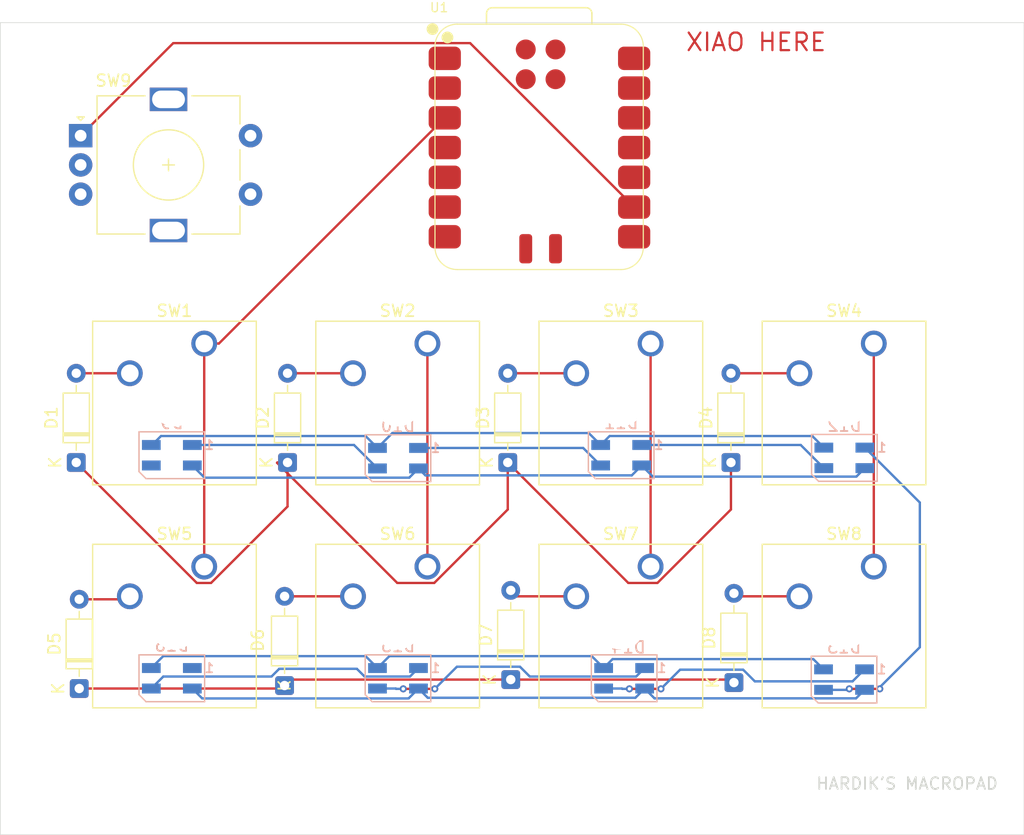
<source format=kicad_pcb>
(kicad_pcb (version 20241229) (generator "pcbnew") (generator_version "9.0")
  (layers (0 "F.Cu" signal) (2 "B.Cu" signal) (13 "F.Paste" user) (15 "B.Paste" user) (5 "F.SilkS" user "F.Silkscreen") (7 "B.SilkS" user "B.Silkscreen") (1 "F.Mask" user) (3 "B.Mask" user) (25 "Edge.Cuts" user))
  (net 0 "")
  (net 1 "Net-(D1-A)")
  (net 2 "ROW0")
  (net 3 "Net-(D2-A)")
  (net 4 "Net-(D3-A)")
  (net 5 "Net-(D4-A)")
  (net 6 "Net-(D5-A)")
  (net 7 "ROW1")
  (net 8 "Net-(D6-A)")
  (net 9 "Net-(D7-A)")
  (net 10 "Net-(D8-A)")
  (net 11 "Net-(D10-DIN)")
  (net 12 "GND")
  (net 13 "RGB")
  (net 14 "+5V")
  (net 15 "Net-(D10-DOUT)")
  (net 16 "Net-(D11-DOUT)")
  (net 17 "Net-(D12-DOUT)")
  (net 18 "Net-(D13-DOUT)")
  (net 19 "Net-(D14-DOUT)")
  (net 20 "Net-(D15-DOUT)")
  (net 22 "SDA")
  (net 23 "SCL")
  (net 24 "VCC")
  (net 25 "COL0")
  (net 26 "COL1")
  (net 27 "COL2")
  (net 28 "COL3")
  (net 29 "SCK")
  (net 30 "MISO")
  (footprint "Rotary_Encoder:RotaryEncoder_Alps_EC11E-Switch_Vertical_H20mm" (layer "F.Cu") (at 50.292 52.578)
    (property "Reference" "SW9" (at 2.8 -4.7 0) (layer "F.SilkS"))
    (property "Value" "RotaryEncoder")
    (fp_line (start -0.3 -1.6) (end 0.3 -1.6) (stroke (width 0.12)) (layer "F.SilkS"))
    (fp_line (start 0 -1.3) (end -0.3 -1.6) (stroke (width 0.12)) (layer "F.SilkS"))
    (fp_line (start 0.3 -1.6) (end 0 -1.3) (stroke (width 0.12)) (layer "F.SilkS"))
    (fp_line (start 1.4 -3.4) (end 1.4 8.4) (stroke (width 0.12)) (layer "F.SilkS"))
    (fp_line (start 5.5 -3.4) (end 1.4 -3.4) (stroke (width 0.12)) (layer "F.SilkS"))
    (fp_line (start 5.5 8.4) (end 1.4 8.4) (stroke (width 0.12)) (layer "F.SilkS"))
    (fp_line (start 7 2.5) (end 8 2.5) (stroke (width 0.12)) (layer "F.SilkS"))
    (fp_line (start 7.5 2) (end 7.5 3) (stroke (width 0.12)) (layer "F.SilkS"))
    (fp_line (start 9.5 -3.4) (end 13.6 -3.4) (stroke (width 0.12)) (layer "F.SilkS"))
    (fp_line (start 13.6 -3.4) (end 13.6 -1) (stroke (width 0.12)) (layer "F.SilkS"))
    (fp_line (start 13.6 1.2) (end 13.6 3.8) (stroke (width 0.12)) (layer "F.SilkS"))
    (fp_line (start 13.6 6) (end 13.6 8.4) (stroke (width 0.12)) (layer "F.SilkS"))
    (fp_line (start 13.6 8.4) (end 9.5 8.4) (stroke (width 0.12)) (layer "F.SilkS"))
    (fp_circle (center 7.5 2.5) (end 10.5 2.5) (stroke (width 0.12)) (fill no) (layer "F.SilkS"))
    (pad "A" thru_hole rect (at 0 0) (size 2 2) (drill 1) (layers "*.Cu" "*.Mask") (net 29 "SCK"))
    (pad "B" thru_hole circle (at 0 5) (size 2 2) (drill 1) (layers "*.Cu" "*.Mask") (net 30 "MISO"))
    (pad "C" thru_hole circle (at 0 2.5) (size 2 2) (drill 1) (layers "*.Cu" "*.Mask") (net 12 "GND"))
    (pad "MP" thru_hole rect (at 7.5 -3.1) (size 3.2 2) (drill oval 2.8 1.5) (layers "*.Cu" "*.Mask"))
    (pad "MP" thru_hole rect (at 7.5 8.1) (size 3.2 2) (drill oval 2.8 1.5) (layers "*.Cu" "*.Mask"))
    (pad "S1" thru_hole circle (at 14.5 5) (size 2 2) (drill 1) (layers "*.Cu" "*.Mask"))
    (pad "S2" thru_hole circle (at 14.5 0) (size 2 2) (drill 1) (layers "*.Cu" "*.Mask"))
  )
  (footprint "Diode_THT:D_DO-35_SOD27_P7.62mm_Horizontal" (layer "F.Cu") (at 106.052 99.286 90)
    (property "Reference" "D8" (at 3.81 -2.12 90) (layer "F.SilkS"))
    (property "Value" "1N4148")
    (fp_line (start 2.53 -1.12) (end 2.53 1.12) (stroke (width 0.12)) (layer "F.SilkS"))
    (fp_line (start 2.41 -1.12) (end 2.41 1.12) (stroke (width 0.12)) (layer "F.SilkS"))
    (fp_line (start 2.29 -1.12) (end 2.29 1.12) (stroke (width 0.12)) (layer "F.SilkS"))
    (fp_line (start 6.58 0) (end 5.93 0) (stroke (width 0.12)) (layer "F.SilkS"))
    (fp_line (start 1.04 0) (end 1.69 0) (stroke (width 0.12)) (layer "F.SilkS"))
    (fp_rect (start 1.69 -1.12) (end 5.93 1.12) (stroke (width 0.12)) (fill no) (layer "F.SilkS"))
    (fp_text user "K" (at 0 -1.8 90) (layer "F.SilkS"))
    (pad "1" thru_hole roundrect (at 0 0 90) (size 1.6 1.6) (drill 0.8) (layers "*.Cu" "*.Mask") (roundrect_rratio 0.15625) (net 7 "ROW1"))
    (pad "2" thru_hole circle (at 7.62 0 90) (size 1.6 1.6) (drill 0.8) (layers "*.Cu" "*.Mask") (net 10 "Net-(D8-A)"))
  )
  (footprint "Button_Switch_Keyboard:SW_Cherry_MX_1.00u_PCB" (layer "F.Cu") (at 98.94 89.38)
    (property "Reference" "SW7" (at -2.54 -2.794 0) (layer "F.SilkS"))
    (property "Value" "SW_Push")
    (fp_line (start -9.525 -1.905) (end 4.445 -1.905) (stroke (width 0.12)) (layer "F.SilkS"))
    (fp_line (start -9.525 12.065) (end -9.525 -1.905) (stroke (width 0.12)) (layer "F.SilkS"))
    (fp_line (start 4.445 -1.905) (end 4.445 12.065) (stroke (width 0.12)) (layer "F.SilkS"))
    (fp_line (start 4.445 12.065) (end -9.525 12.065) (stroke (width 0.12)) (layer "F.SilkS"))
    (pad "" np_thru_hole circle (at -7.62 5.08) (size 1.7 1.7) (drill 1.7) (layers "*.Cu" "*.Mask"))
    (pad "" np_thru_hole circle (at -2.54 5.08) (size 4 4) (drill 4) (layers "*.Cu" "*.Mask"))
    (pad "" np_thru_hole circle (at 2.54 5.08) (size 1.7 1.7) (drill 1.7) (layers "*.Cu" "*.Mask"))
    (pad "1" thru_hole circle (at 0 0) (size 2.2 2.2) (drill 1.5) (layers "*.Cu" "*.Mask") (net 27 "COL2"))
    (pad "2" thru_hole circle (at -6.35 2.54) (size 2.2 2.2) (drill 1.5) (layers "*.Cu" "*.Mask") (net 9 "Net-(D7-A)"))
  )
  (footprint "Button_Switch_Keyboard:SW_Cherry_MX_1.00u_PCB" (layer "F.Cu") (at 79.89 70.33)
    (property "Reference" "SW2" (at -2.54 -2.794 0) (layer "F.SilkS"))
    (property "Value" "SW_Push")
    (fp_line (start -9.525 -1.905) (end 4.445 -1.905) (stroke (width 0.12)) (layer "F.SilkS"))
    (fp_line (start -9.525 12.065) (end -9.525 -1.905) (stroke (width 0.12)) (layer "F.SilkS"))
    (fp_line (start 4.445 -1.905) (end 4.445 12.065) (stroke (width 0.12)) (layer "F.SilkS"))
    (fp_line (start 4.445 12.065) (end -9.525 12.065) (stroke (width 0.12)) (layer "F.SilkS"))
    (pad "" np_thru_hole circle (at -7.62 5.08) (size 1.7 1.7) (drill 1.7) (layers "*.Cu" "*.Mask"))
    (pad "" np_thru_hole circle (at -2.54 5.08) (size 4 4) (drill 4) (layers "*.Cu" "*.Mask"))
    (pad "" np_thru_hole circle (at 2.54 5.08) (size 1.7 1.7) (drill 1.7) (layers "*.Cu" "*.Mask"))
    (pad "1" thru_hole circle (at 0 0) (size 2.2 2.2) (drill 1.5) (layers "*.Cu" "*.Mask") (net 26 "COL1"))
    (pad "2" thru_hole circle (at -6.35 2.54) (size 2.2 2.2) (drill 1.5) (layers "*.Cu" "*.Mask") (net 3 "Net-(D2-A)"))
  )
  (footprint "Button_Switch_Keyboard:SW_Cherry_MX_1.00u_PCB" (layer "F.Cu") (at 60.84 70.33)
    (property "Reference" "SW1" (at -2.54 -2.794 0) (layer "F.SilkS"))
    (property "Value" "SW_Push")
    (fp_line (start -9.525 -1.905) (end 4.445 -1.905) (stroke (width 0.12)) (layer "F.SilkS"))
    (fp_line (start -9.525 12.065) (end -9.525 -1.905) (stroke (width 0.12)) (layer "F.SilkS"))
    (fp_line (start 4.445 -1.905) (end 4.445 12.065) (stroke (width 0.12)) (layer "F.SilkS"))
    (fp_line (start 4.445 12.065) (end -9.525 12.065) (stroke (width 0.12)) (layer "F.SilkS"))
    (pad "" np_thru_hole circle (at -7.62 5.08) (size 1.7 1.7) (drill 1.7) (layers "*.Cu" "*.Mask"))
    (pad "" np_thru_hole circle (at -2.54 5.08) (size 4 4) (drill 4) (layers "*.Cu" "*.Mask"))
    (pad "" np_thru_hole circle (at 2.54 5.08) (size 1.7 1.7) (drill 1.7) (layers "*.Cu" "*.Mask"))
    (pad "1" thru_hole circle (at 0 0) (size 2.2 2.2) (drill 1.5) (layers "*.Cu" "*.Mask") (net 25 "COL0"))
    (pad "2" thru_hole circle (at -6.35 2.54) (size 2.2 2.2) (drill 1.5) (layers "*.Cu" "*.Mask") (net 1 "Net-(D1-A)"))
  )
  (footprint "Button_Switch_Keyboard:SW_Cherry_MX_1.00u_PCB" (layer "F.Cu") (at 117.99 70.33)
    (property "Reference" "SW4" (at -2.54 -2.794 0) (layer "F.SilkS"))
    (property "Value" "SW_Push")
    (fp_line (start -9.525 -1.905) (end 4.445 -1.905) (stroke (width 0.12)) (layer "F.SilkS"))
    (fp_line (start -9.525 12.065) (end -9.525 -1.905) (stroke (width 0.12)) (layer "F.SilkS"))
    (fp_line (start 4.445 -1.905) (end 4.445 12.065) (stroke (width 0.12)) (layer "F.SilkS"))
    (fp_line (start 4.445 12.065) (end -9.525 12.065) (stroke (width 0.12)) (layer "F.SilkS"))
    (pad "" np_thru_hole circle (at -7.62 5.08) (size 1.7 1.7) (drill 1.7) (layers "*.Cu" "*.Mask"))
    (pad "" np_thru_hole circle (at -2.54 5.08) (size 4 4) (drill 4) (layers "*.Cu" "*.Mask"))
    (pad "" np_thru_hole circle (at 2.54 5.08) (size 1.7 1.7) (drill 1.7) (layers "*.Cu" "*.Mask"))
    (pad "1" thru_hole circle (at 0 0) (size 2.2 2.2) (drill 1.5) (layers "*.Cu" "*.Mask") (net 28 "COL3"))
    (pad "2" thru_hole circle (at -6.35 2.54) (size 2.2 2.2) (drill 1.5) (layers "*.Cu" "*.Mask") (net 5 "Net-(D4-A)"))
  )
  (footprint "OPL:XIAO-RP2040-SMD" (layer "F.Cu") (at 89.371 53.594)
    (property "Reference" "U1" (at -9.335 -11.5 0) (layer "F.SilkS") (effects (font (size 0.78232 0.78232) (thickness 0.10668)) (justify left bottom)))
    (property "Value" "XIAO-RP2040-DIP")
    (fp_line (start -8.835 8.513) (end -8.835 -8.632) (stroke (width 0.1)) (layer "F.SilkS"))
    (fp_line (start -6.93 10.418) (end 7.04 10.418) (stroke (width 0.1)) (layer "F.SilkS"))
    (fp_line (start -4.44 -10.537) (end -4.436272 -11.447272) (stroke (width 0.127)) (layer "F.SilkS"))
    (fp_line (start -3.936272 -11.947) (end 4.059 -11.947) (stroke (width 0.127)) (layer "F.SilkS"))
    (fp_line (start 4.559 -11.447) (end 4.559 -10.537) (stroke (width 0.127)) (layer "F.SilkS"))
    (fp_line (start 7.04 -10.537) (end -6.93 -10.537) (stroke (width 0.1)) (layer "F.SilkS"))
    (fp_line (start 8.945 8.513) (end 8.945 -8.632) (stroke (width 0.1)) (layer "F.SilkS"))
    (fp_arc (start -8.835 -8.636) (mid -8.277038 -9.983038) (end -6.93 -10.541) (stroke (width 0.1)) (layer "F.SilkS"))
    (fp_arc (start -6.93 10.418) (mid -8.277038 9.860038) (end -8.835 8.513) (stroke (width 0.1)) (layer "F.SilkS"))
    (fp_arc (start -4.436272 -11.447272) (mid -4.289724 -11.800644) (end -3.936272 -11.947) (stroke (width 0.127)) (layer "F.SilkS"))
    (fp_arc (start 4.059 -11.947) (mid 4.412553 -11.800553) (end 4.559 -11.447) (stroke (width 0.127)) (layer "F.SilkS"))
    (fp_arc (start 7.04 -10.537) (mid 8.387038 -9.979038) (end 8.945 -8.632) (stroke (width 0.1)) (layer "F.SilkS"))
    (fp_arc (start 8.945 8.513) (mid 8.387038 9.860038) (end 7.04 10.418) (stroke (width 0.1)) (layer "F.SilkS"))
    (fp_circle (center -9.045 -10.121) (end -9.045 -10.375) (stroke (width 0.5)) (fill yes) (layer "F.SilkS"))
    (fp_circle (center -7.771 -9.404) (end -7.771 -9.658) (stroke (width 0.5)) (fill yes) (layer "F.SilkS"))
    (pad "1" smd roundrect (at -8 -7.62) (size 2.75 2) (layers "F.Cu" "F.Mask" "F.Paste") (net 2 "ROW0"))
    (pad "2" smd roundrect (at -8 -5.08) (size 2.75 2) (layers "F.Cu" "F.Mask" "F.Paste") (net 7 "ROW1"))
    (pad "3" smd roundrect (at -8 -2.54) (size 2.75 2) (layers "F.Cu" "F.Mask" "F.Paste") (net 25 "COL0"))
    (pad "4" smd roundrect (at -8 0) (size 2.75 2) (layers "F.Cu" "F.Mask" "F.Paste") (net 26 "COL1"))
    (pad "5" smd roundrect (at -8 2.54) (size 2.75 2) (layers "F.Cu" "F.Mask" "F.Paste") (net 22 "SDA"))
    (pad "6" smd roundrect (at -8 5.08) (size 2.75 2) (layers "F.Cu" "F.Mask" "F.Paste") (net 23 "SCL"))
    (pad "7" smd roundrect (at -8 7.62) (size 2.75 2) (layers "F.Cu" "F.Mask" "F.Paste") (net 27 "COL2"))
    (pad "8" smd roundrect (at 8.165 7.62) (size 2.75 2) (layers "F.Cu" "F.Mask" "F.Paste") (net 28 "COL3"))
    (pad "9" smd roundrect (at 8.165 5.08) (size 2.75 2) (layers "F.Cu" "F.Mask" "F.Paste") (net 29 "SCK"))
    (pad "10" smd roundrect (at 8.165 2.54) (size 2.75 2) (layers "F.Cu" "F.Mask" "F.Paste") (net 30 "MISO"))
    (pad "11" smd roundrect (at 8.165 0) (size 2.75 2) (layers "F.Cu" "F.Mask" "F.Paste") (net 13 "RGB"))
    (pad "12" smd roundrect (at 8.165 -2.54) (size 2.75 2) (layers "F.Cu" "F.Mask" "F.Paste") (net 24 "VCC"))
    (pad "13" smd roundrect (at 8.165 -5.08) (size 2.75 2) (layers "F.Cu" "F.Mask" "F.Paste") (net 12 "GND"))
    (pad "14" smd roundrect (at 8.165 -7.62) (size 2.75 2) (layers "F.Cu" "F.Mask" "F.Paste") (net 14 "+5V"))
    (pad "15" smd roundrect (at -1.088 8.64 270) (size 2.5 1.1) (layers "F.Cu" "F.Mask" "F.Paste"))
    (pad "16" smd roundrect (at 1.452 8.64 270) (size 2.5 1.1) (layers "F.Cu" "F.Mask" "F.Paste"))
    (pad "17" smd circle (at -1.088 -8.378) (size 1.7 1.7) (layers "F.Cu" "F.Mask" "F.Paste"))
    (pad "18" smd circle (at 1.452 -8.378) (size 1.7 1.7) (layers "F.Cu" "F.Mask" "F.Paste"))
    (pad "19" smd circle (at -1.088 -5.838) (size 1.7 1.7) (layers "F.Cu" "F.Mask" "F.Paste"))
    (pad "20" smd circle (at 1.452 -5.838) (size 1.7 1.7) (layers "F.Cu" "F.Mask" "F.Paste"))
  )
  (footprint "Button_Switch_Keyboard:SW_Cherry_MX_1.00u_PCB" (layer "F.Cu") (at 60.84 89.38)
    (property "Reference" "SW5" (at -2.54 -2.794 0) (layer "F.SilkS"))
    (property "Value" "SW_Push")
    (fp_line (start -9.525 -1.905) (end 4.445 -1.905) (stroke (width 0.12)) (layer "F.SilkS"))
    (fp_line (start -9.525 12.065) (end -9.525 -1.905) (stroke (width 0.12)) (layer "F.SilkS"))
    (fp_line (start 4.445 -1.905) (end 4.445 12.065) (stroke (width 0.12)) (layer "F.SilkS"))
    (fp_line (start 4.445 12.065) (end -9.525 12.065) (stroke (width 0.12)) (layer "F.SilkS"))
    (pad "" np_thru_hole circle (at -7.62 5.08) (size 1.7 1.7) (drill 1.7) (layers "*.Cu" "*.Mask"))
    (pad "" np_thru_hole circle (at -2.54 5.08) (size 4 4) (drill 4) (layers "*.Cu" "*.Mask"))
    (pad "" np_thru_hole circle (at 2.54 5.08) (size 1.7 1.7) (drill 1.7) (layers "*.Cu" "*.Mask"))
    (pad "1" thru_hole circle (at 0 0) (size 2.2 2.2) (drill 1.5) (layers "*.Cu" "*.Mask") (net 25 "COL0"))
    (pad "2" thru_hole circle (at -6.35 2.54) (size 2.2 2.2) (drill 1.5) (layers "*.Cu" "*.Mask") (net 6 "Net-(D5-A)"))
  )
  (footprint "Button_Switch_Keyboard:SW_Cherry_MX_1.00u_PCB" (layer "F.Cu") (at 98.94 70.33)
    (property "Reference" "SW3" (at -2.54 -2.794 0) (layer "F.SilkS"))
    (property "Value" "SW_Push")
    (fp_line (start -9.525 -1.905) (end 4.445 -1.905) (stroke (width 0.12)) (layer "F.SilkS"))
    (fp_line (start -9.525 12.065) (end -9.525 -1.905) (stroke (width 0.12)) (layer "F.SilkS"))
    (fp_line (start 4.445 -1.905) (end 4.445 12.065) (stroke (width 0.12)) (layer "F.SilkS"))
    (fp_line (start 4.445 12.065) (end -9.525 12.065) (stroke (width 0.12)) (layer "F.SilkS"))
    (pad "" np_thru_hole circle (at -7.62 5.08) (size 1.7 1.7) (drill 1.7) (layers "*.Cu" "*.Mask"))
    (pad "" np_thru_hole circle (at -2.54 5.08) (size 4 4) (drill 4) (layers "*.Cu" "*.Mask"))
    (pad "" np_thru_hole circle (at 2.54 5.08) (size 1.7 1.7) (drill 1.7) (layers "*.Cu" "*.Mask"))
    (pad "1" thru_hole circle (at 0 0) (size 2.2 2.2) (drill 1.5) (layers "*.Cu" "*.Mask") (net 27 "COL2"))
    (pad "2" thru_hole circle (at -6.35 2.54) (size 2.2 2.2) (drill 1.5) (layers "*.Cu" "*.Mask") (net 4 "Net-(D3-A)"))
  )
  (footprint "Diode_THT:D_DO-35_SOD27_P7.62mm_Horizontal" (layer "F.Cu") (at 105.798 80.49 90)
    (property "Reference" "D4" (at 3.81 -2.12 90) (layer "F.SilkS"))
    (property "Value" "1N4148")
    (fp_line (start 2.53 -1.12) (end 2.53 1.12) (stroke (width 0.12)) (layer "F.SilkS"))
    (fp_line (start 2.41 -1.12) (end 2.41 1.12) (stroke (width 0.12)) (layer "F.SilkS"))
    (fp_line (start 2.29 -1.12) (end 2.29 1.12) (stroke (width 0.12)) (layer "F.SilkS"))
    (fp_line (start 6.58 0) (end 5.93 0) (stroke (width 0.12)) (layer "F.SilkS"))
    (fp_line (start 1.04 0) (end 1.69 0) (stroke (width 0.12)) (layer "F.SilkS"))
    (fp_rect (start 1.69 -1.12) (end 5.93 1.12) (stroke (width 0.12)) (fill no) (layer "F.SilkS"))
    (fp_text user "K" (at 0 -1.8 90) (layer "F.SilkS"))
    (pad "1" thru_hole roundrect (at 0 0 90) (size 1.6 1.6) (drill 0.8) (layers "*.Cu" "*.Mask") (roundrect_rratio 0.15625) (net 2 "ROW0"))
    (pad "2" thru_hole circle (at 7.62 0 90) (size 1.6 1.6) (drill 0.8) (layers "*.Cu" "*.Mask") (net 5 "Net-(D4-A)"))
  )
  (footprint "Diode_THT:D_DO-35_SOD27_P7.62mm_Horizontal" (layer "F.Cu") (at 67.698 99.54 90)
    (property "Reference" "D6" (at 3.868 -2.288 90) (layer "F.SilkS"))
    (property "Value" "1N4148")
    (fp_line (start 2.53 -1.12) (end 2.53 1.12) (stroke (width 0.12)) (layer "F.SilkS"))
    (fp_line (start 2.41 -1.12) (end 2.41 1.12) (stroke (width 0.12)) (layer "F.SilkS"))
    (fp_line (start 2.29 -1.12) (end 2.29 1.12) (stroke (width 0.12)) (layer "F.SilkS"))
    (fp_line (start 6.58 0) (end 5.93 0) (stroke (width 0.12)) (layer "F.SilkS"))
    (fp_line (start 1.04 0) (end 1.69 0) (stroke (width 0.12)) (layer "F.SilkS"))
    (fp_rect (start 1.69 -1.12) (end 5.93 1.12) (stroke (width 0.12)) (fill no) (layer "F.SilkS"))
    (fp_text user "K" (at 0 0 90) (layer "F.SilkS"))
    (pad "1" thru_hole roundrect (at 0 0 90) (size 1.6 1.6) (drill 0.8) (layers "*.Cu" "*.Mask") (roundrect_rratio 0.15625) (net 7 "ROW1"))
    (pad "2" thru_hole circle (at 7.62 0 90) (size 1.6 1.6) (drill 0.8) (layers "*.Cu" "*.Mask") (net 8 "Net-(D6-A)"))
  )
  (footprint "Diode_THT:D_DO-35_SOD27_P7.62mm_Horizontal" (layer "F.Cu") (at 50.172 99.794 90)
    (property "Reference" "D5" (at 3.81 -2.12 90) (layer "F.SilkS"))
    (property "Value" "1N4148")
    (fp_line (start 2.53 -1.12) (end 2.53 1.12) (stroke (width 0.12)) (layer "F.SilkS"))
    (fp_line (start 2.41 -1.12) (end 2.41 1.12) (stroke (width 0.12)) (layer "F.SilkS"))
    (fp_line (start 2.29 -1.12) (end 2.29 1.12) (stroke (width 0.12)) (layer "F.SilkS"))
    (fp_line (start 6.58 0) (end 5.93 0) (stroke (width 0.12)) (layer "F.SilkS"))
    (fp_line (start 1.04 0) (end 1.69 0) (stroke (width 0.12)) (layer "F.SilkS"))
    (fp_rect (start 1.69 -1.12) (end 5.93 1.12) (stroke (width 0.12)) (fill no) (layer "F.SilkS"))
    (fp_text user "K" (at 0 -1.8 90) (layer "F.SilkS"))
    (pad "1" thru_hole roundrect (at 0 0 90) (size 1.6 1.6) (drill 0.8) (layers "*.Cu" "*.Mask") (roundrect_rratio 0.15625) (net 7 "ROW1"))
    (pad "2" thru_hole circle (at 7.62 0 90) (size 1.6 1.6) (drill 0.8) (layers "*.Cu" "*.Mask") (net 6 "Net-(D5-A)"))
  )
  (footprint "Diode_THT:D_DO-35_SOD27_P7.62mm_Horizontal" (layer "F.Cu") (at 67.952 80.49 90)
    (property "Reference" "D2" (at 3.81 -2.12 90) (layer "F.SilkS"))
    (property "Value" "1N4148")
    (fp_line (start 2.53 -1.12) (end 2.53 1.12) (stroke (width 0.12)) (layer "F.SilkS"))
    (fp_line (start 2.41 -1.12) (end 2.41 1.12) (stroke (width 0.12)) (layer "F.SilkS"))
    (fp_line (start 2.29 -1.12) (end 2.29 1.12) (stroke (width 0.12)) (layer "F.SilkS"))
    (fp_line (start 6.58 0) (end 5.93 0) (stroke (width 0.12)) (layer "F.SilkS"))
    (fp_line (start 1.04 0) (end 1.69 0) (stroke (width 0.12)) (layer "F.SilkS"))
    (fp_rect (start 1.69 -1.12) (end 5.93 1.12) (stroke (width 0.12)) (fill no) (layer "F.SilkS"))
    (fp_text user "K" (at 0 -1.8 90) (layer "F.SilkS"))
    (pad "1" thru_hole roundrect (at 0 0 90) (size 1.6 1.6) (drill 0.8) (layers "*.Cu" "*.Mask") (roundrect_rratio 0.15625) (net 2 "ROW0"))
    (pad "2" thru_hole circle (at 7.62 0 90) (size 1.6 1.6) (drill 0.8) (layers "*.Cu" "*.Mask") (net 3 "Net-(D2-A)"))
  )
  (footprint "Diode_THT:D_DO-35_SOD27_P7.62mm_Horizontal" (layer "F.Cu") (at 49.918 80.49 90)
    (property "Reference" "D1" (at 3.81 -2.12 90) (layer "F.SilkS"))
    (property "Value" "1N4148")
    (fp_line (start 2.53 -1.12) (end 2.53 1.12) (stroke (width 0.12)) (layer "F.SilkS"))
    (fp_line (start 2.41 -1.12) (end 2.41 1.12) (stroke (width 0.12)) (layer "F.SilkS"))
    (fp_line (start 2.29 -1.12) (end 2.29 1.12) (stroke (width 0.12)) (layer "F.SilkS"))
    (fp_line (start 6.58 0) (end 5.93 0) (stroke (width 0.12)) (layer "F.SilkS"))
    (fp_line (start 1.04 0) (end 1.69 0) (stroke (width 0.12)) (layer "F.SilkS"))
    (fp_rect (start 1.69 -1.12) (end 5.93 1.12) (stroke (width 0.12)) (fill no) (layer "F.SilkS"))
    (fp_text user "K" (at 0 -1.8 90) (layer "F.SilkS"))
    (pad "1" thru_hole roundrect (at 0 0 90) (size 1.6 1.6) (drill 0.8) (layers "*.Cu" "*.Mask") (roundrect_rratio 0.15625) (net 2 "ROW0"))
    (pad "2" thru_hole circle (at 7.62 0 90) (size 1.6 1.6) (drill 0.8) (layers "*.Cu" "*.Mask") (net 1 "Net-(D1-A)"))
  )
  (footprint "Button_Switch_Keyboard:SW_Cherry_MX_1.00u_PCB" (layer "F.Cu") (at 117.99 89.38)
    (property "Reference" "SW8" (at -2.54 -2.794 0) (layer "F.SilkS"))
    (property "Value" "SW_Push")
    (fp_line (start -9.525 -1.905) (end 4.445 -1.905) (stroke (width 0.12)) (layer "F.SilkS"))
    (fp_line (start -9.525 12.065) (end -9.525 -1.905) (stroke (width 0.12)) (layer "F.SilkS"))
    (fp_line (start 4.445 -1.905) (end 4.445 12.065) (stroke (width 0.12)) (layer "F.SilkS"))
    (fp_line (start 4.445 12.065) (end -9.525 12.065) (stroke (width 0.12)) (layer "F.SilkS"))
    (pad "" np_thru_hole circle (at -7.62 5.08) (size 1.7 1.7) (drill 1.7) (layers "*.Cu" "*.Mask"))
    (pad "" np_thru_hole circle (at -2.54 5.08) (size 4 4) (drill 4) (layers "*.Cu" "*.Mask"))
    (pad "" np_thru_hole circle (at 2.54 5.08) (size 1.7 1.7) (drill 1.7) (layers "*.Cu" "*.Mask"))
    (pad "1" thru_hole circle (at 0 0) (size 2.2 2.2) (drill 1.5) (layers "*.Cu" "*.Mask") (net 28 "COL3"))
    (pad "2" thru_hole circle (at -6.35 2.54) (size 2.2 2.2) (drill 1.5) (layers "*.Cu" "*.Mask") (net 10 "Net-(D8-A)"))
  )
  (footprint "Diode_THT:D_DO-35_SOD27_P7.62mm_Horizontal" (layer "F.Cu") (at 87.002 99.032 90)
    (property "Reference" "D7" (at 3.81 -2.12 90) (layer "F.SilkS"))
    (property "Value" "1N4148")
    (fp_line (start 2.53 -1.12) (end 2.53 1.12) (stroke (width 0.12)) (layer "F.SilkS"))
    (fp_line (start 2.41 -1.12) (end 2.41 1.12) (stroke (width 0.12)) (layer "F.SilkS"))
    (fp_line (start 2.29 -1.12) (end 2.29 1.12) (stroke (width 0.12)) (layer "F.SilkS"))
    (fp_line (start 6.58 0) (end 5.93 0) (stroke (width 0.12)) (layer "F.SilkS"))
    (fp_line (start 1.04 0) (end 1.69 0) (stroke (width 0.12)) (layer "F.SilkS"))
    (fp_rect (start 1.69 -1.12) (end 5.93 1.12) (stroke (width 0.12)) (fill no) (layer "F.SilkS"))
    (fp_text user "K" (at 0 -1.8 90) (layer "F.SilkS"))
    (pad "1" thru_hole roundrect (at 0 0 90) (size 1.6 1.6) (drill 0.8) (layers "*.Cu" "*.Mask") (roundrect_rratio 0.15625) (net 7 "ROW1"))
    (pad "2" thru_hole circle (at 7.62 0 90) (size 1.6 1.6) (drill 0.8) (layers "*.Cu" "*.Mask") (net 9 "Net-(D7-A)"))
  )
  (footprint "Diode_THT:D_DO-35_SOD27_P7.62mm_Horizontal" (layer "F.Cu") (at 86.748 80.49 90)
    (property "Reference" "D3" (at 3.81 -2.12 90) (layer "F.SilkS"))
    (property "Value" "1N4148")
    (fp_line (start 2.53 -1.12) (end 2.53 1.12) (stroke (width 0.12)) (layer "F.SilkS"))
    (fp_line (start 2.41 -1.12) (end 2.41 1.12) (stroke (width 0.12)) (layer "F.SilkS"))
    (fp_line (start 2.29 -1.12) (end 2.29 1.12) (stroke (width 0.12)) (layer "F.SilkS"))
    (fp_line (start 6.58 0) (end 5.93 0) (stroke (width 0.12)) (layer "F.SilkS"))
    (fp_line (start 1.04 0) (end 1.69 0) (stroke (width 0.12)) (layer "F.SilkS"))
    (fp_rect (start 1.69 -1.12) (end 5.93 1.12) (stroke (width 0.12)) (fill no) (layer "F.SilkS"))
    (fp_text user "K" (at 0 -1.8 90) (layer "F.SilkS"))
    (pad "1" thru_hole roundrect (at 0 0 90) (size 1.6 1.6) (drill 0.8) (layers "*.Cu" "*.Mask") (roundrect_rratio 0.15625) (net 2 "ROW0"))
    (pad "2" thru_hole circle (at 7.62 0 90) (size 1.6 1.6) (drill 0.8) (layers "*.Cu" "*.Mask") (net 4 "Net-(D3-A)"))
  )
  (footprint "Button_Switch_Keyboard:SW_Cherry_MX_1.00u_PCB" (layer "F.Cu") (at 79.89 89.38)
    (property "Reference" "SW6" (at -2.54 -2.794 0) (layer "F.SilkS"))
    (property "Value" "SW_Push")
    (fp_line (start -9.525 -1.905) (end 4.445 -1.905) (stroke (width 0.12)) (layer "F.SilkS"))
    (fp_line (start -9.525 12.065) (end -9.525 -1.905) (stroke (width 0.12)) (layer "F.SilkS"))
    (fp_line (start 4.445 -1.905) (end 4.445 12.065) (stroke (width 0.12)) (layer "F.SilkS"))
    (fp_line (start 4.445 12.065) (end -9.525 12.065) (stroke (width 0.12)) (layer "F.SilkS"))
    (pad "" np_thru_hole circle (at -7.62 5.08) (size 1.7 1.7) (drill 1.7) (layers "*.Cu" "*.Mask"))
    (pad "" np_thru_hole circle (at -2.54 5.08) (size 4 4) (drill 4) (layers "*.Cu" "*.Mask"))
    (pad "" np_thru_hole circle (at 2.54 5.08) (size 1.7 1.7) (drill 1.7) (layers "*.Cu" "*.Mask"))
    (pad "1" thru_hole circle (at 0 0) (size 2.2 2.2) (drill 1.5) (layers "*.Cu" "*.Mask") (net 26 "COL1"))
    (pad "2" thru_hole circle (at -6.35 2.54) (size 2.2 2.2) (drill 1.5) (layers "*.Cu" "*.Mask") (net 8 "Net-(D6-A)"))
  )
  (footprint "LED_SMD:LED_SK6812MINI_PLCC4_3.5x3.5mm_P1.75mm" (layer "B.Cu") (at 77.378 98.919 180)
    (property "Reference" "D15" (at 0 2.75 0) (layer "B.SilkS") (effects (justify mirror)))
    (property "Value" "SK6812MINI")
    (fp_line (start 2.8 -1.4) (end 2.8 2) (stroke (width 0.12)) (layer "B.SilkS"))
    (fp_line (start 2.8 -1.4) (end 2.2 -2) (stroke (width 0.12)) (layer "B.SilkS"))
    (fp_line (start -2.8 2) (end 2.8 2) (stroke (width 0.12)) (layer "B.SilkS"))
    (fp_line (start -2.8 2) (end -2.8 -2) (stroke (width 0.12)) (layer "B.SilkS"))
    (fp_line (start -2.8 -2) (end 2.2 -2) (stroke (width 0.12)) (layer "B.SilkS"))
    (fp_text user "1" (at -3.2 0.875 0) (layer "B.SilkS") (effects (font (size 0.8 0.8)) (justify mirror)))
    (pad "1" smd rect (at -1.75 0.875 180) (size 1.6 0.85) (layers "B.Cu" "B.Mask" "B.Paste") (net 20 "Net-(D15-DOUT)"))
    (pad "2" smd rect (at -1.75 -0.875 180) (size 1.6 0.85) (layers "B.Cu" "B.Mask" "B.Paste") (net 12 "GND"))
    (pad "3" smd rect (at 1.75 -0.875 180) (size 1.6 0.85) (layers "B.Cu" "B.Mask" "B.Paste") (net 19 "Net-(D14-DOUT)"))
    (pad "4" smd rect (at 1.75 0.875 180) (size 1.6 0.85) (layers "B.Cu" "B.Mask" "B.Paste") (net 14 "+5V"))
  )
  (footprint "LED_SMD:LED_SK6812MINI_PLCC4_3.5x3.5mm_P1.75mm" (layer "B.Cu") (at 77.378 80.123 180)
    (property "Reference" "D10" (at 0 2.75 0) (layer "B.SilkS") (effects (justify mirror)))
    (property "Value" "SK6812MINI")
    (fp_line (start 2.8 -1.4) (end 2.8 2) (stroke (width 0.12)) (layer "B.SilkS"))
    (fp_line (start 2.8 -1.4) (end 2.2 -2) (stroke (width 0.12)) (layer "B.SilkS"))
    (fp_line (start -2.8 2) (end 2.8 2) (stroke (width 0.12)) (layer "B.SilkS"))
    (fp_line (start -2.8 2) (end -2.8 -2) (stroke (width 0.12)) (layer "B.SilkS"))
    (fp_line (start -2.8 -2) (end 2.2 -2) (stroke (width 0.12)) (layer "B.SilkS"))
    (fp_text user "1" (at -3.2 0.875 0) (layer "B.SilkS") (effects (font (size 0.8 0.8)) (justify mirror)))
    (pad "1" smd rect (at -1.75 0.875 180) (size 1.6 0.85) (layers "B.Cu" "B.Mask" "B.Paste") (net 15 "Net-(D10-DOUT)"))
    (pad "2" smd rect (at -1.75 -0.875 180) (size 1.6 0.85) (layers "B.Cu" "B.Mask" "B.Paste") (net 12 "GND"))
    (pad "3" smd rect (at 1.75 -0.875 180) (size 1.6 0.85) (layers "B.Cu" "B.Mask" "B.Paste") (net 11 "Net-(D10-DIN)"))
    (pad "4" smd rect (at 1.75 0.875 180) (size 1.6 0.85) (layers "B.Cu" "B.Mask" "B.Paste") (net 14 "+5V"))
  )
  (footprint "LED_SMD:LED_SK6812MINI_PLCC4_3.5x3.5mm_P1.75mm" (layer "B.Cu") (at 115.45 99.032 180)
    (property "Reference" "D13" (at 0 2.75 0) (layer "B.SilkS") (effects (justify mirror)))
    (property "Value" "SK6812MINI")
    (fp_line (start 2.8 -1.4) (end 2.8 2) (stroke (width 0.12)) (layer "B.SilkS"))
    (fp_line (start 2.8 -1.4) (end 2.2 -2) (stroke (width 0.12)) (layer "B.SilkS"))
    (fp_line (start -2.8 2) (end 2.8 2) (stroke (width 0.12)) (layer "B.SilkS"))
    (fp_line (start -2.8 2) (end -2.8 -2) (stroke (width 0.12)) (layer "B.SilkS"))
    (fp_line (start -2.8 -2) (end 2.2 -2) (stroke (width 0.12)) (layer "B.SilkS"))
    (fp_text user "1" (at -3.2 0.875 0) (layer "B.SilkS") (effects (font (size 0.8 0.8)) (justify mirror)))
    (pad "1" smd rect (at -1.75 0.875 180) (size 1.6 0.85) (layers "B.Cu" "B.Mask" "B.Paste") (net 18 "Net-(D13-DOUT)"))
    (pad "2" smd rect (at -1.75 -0.875 180) (size 1.6 0.85) (layers "B.Cu" "B.Mask" "B.Paste") (net 12 "GND"))
    (pad "3" smd rect (at 1.75 -0.875 180) (size 1.6 0.85) (layers "B.Cu" "B.Mask" "B.Paste") (net 17 "Net-(D12-DOUT)"))
    (pad "4" smd rect (at 1.75 0.875 180) (size 1.6 0.85) (layers "B.Cu" "B.Mask" "B.Paste") (net 14 "+5V"))
  )
  (footprint "LED_SMD:LED_SK6812MINI_PLCC4_3.5x3.5mm_P1.75mm" (layer "B.Cu") (at 96.682 98.919 180)
    (property "Reference" "D14" (at -0.37 2.634 0) (layer "B.SilkS") (effects (justify mirror)))
    (property "Value" "SK6812MINI")
    (fp_line (start 2.8 -1.4) (end 2.8 2) (stroke (width 0.12)) (layer "B.SilkS"))
    (fp_line (start 2.8 -1.4) (end 2.2 -2) (stroke (width 0.12)) (layer "B.SilkS"))
    (fp_line (start -2.8 2) (end 2.8 2) (stroke (width 0.12)) (layer "B.SilkS"))
    (fp_line (start -2.8 2) (end -2.8 -2) (stroke (width 0.12)) (layer "B.SilkS"))
    (fp_line (start -2.8 -2) (end 2.2 -2) (stroke (width 0.12)) (layer "B.SilkS"))
    (fp_text user "1" (at -3.2 0.875 0) (layer "B.SilkS") (effects (font (size 0.8 0.8)) (justify mirror)))
    (pad "1" smd rect (at -1.75 0.875 180) (size 1.6 0.85) (layers "B.Cu" "B.Mask" "B.Paste") (net 19 "Net-(D14-DOUT)"))
    (pad "2" smd rect (at -1.75 -0.875 180) (size 1.6 0.85) (layers "B.Cu" "B.Mask" "B.Paste") (net 12 "GND"))
    (pad "3" smd rect (at 1.75 -0.875 180) (size 1.6 0.85) (layers "B.Cu" "B.Mask" "B.Paste") (net 18 "Net-(D13-DOUT)"))
    (pad "4" smd rect (at 1.75 0.875 180) (size 1.6 0.85) (layers "B.Cu" "B.Mask" "B.Paste") (net 14 "+5V"))
  )
  (footprint "LED_SMD:LED_SK6812MINI_PLCC4_3.5x3.5mm_P1.75mm" (layer "B.Cu") (at 58.074 98.919 180)
    (property "Reference" "D16" (at 0 2.794 0) (layer "B.SilkS") (effects (justify mirror)))
    (property "Value" "SK6812MINI")
    (fp_line (start 2.8 -1.4) (end 2.8 2) (stroke (width 0.12)) (layer "B.SilkS"))
    (fp_line (start 2.8 -1.4) (end 2.2 -2) (stroke (width 0.12)) (layer "B.SilkS"))
    (fp_line (start -2.8 2) (end 2.8 2) (stroke (width 0.12)) (layer "B.SilkS"))
    (fp_line (start -2.8 2) (end -2.8 -2) (stroke (width 0.12)) (layer "B.SilkS"))
    (fp_line (start -2.8 -2) (end 2.2 -2) (stroke (width 0.12)) (layer "B.SilkS"))
    (fp_text user "1" (at -3.2 0.875 0) (layer "B.SilkS") (effects (font (size 0.8 0.8)) (justify mirror)))
    (pad "1" smd rect (at -1.75 0.875 180) (size 1.6 0.85) (layers "B.Cu" "B.Mask" "B.Paste"))
    (pad "2" smd rect (at -1.75 -0.875 180) (size 1.6 0.85) (layers "B.Cu" "B.Mask" "B.Paste") (net 12 "GND"))
    (pad "3" smd rect (at 1.75 -0.875 180) (size 1.6 0.85) (layers "B.Cu" "B.Mask" "B.Paste") (net 20 "Net-(D15-DOUT)"))
    (pad "4" smd rect (at 1.75 0.875 180) (size 1.6 0.85) (layers "B.Cu" "B.Mask" "B.Paste") (net 14 "+5V"))
  )
  (footprint "LED_SMD:LED_SK6812MINI_PLCC4_3.5x3.5mm_P1.75mm" (layer "B.Cu") (at 96.428 79.869 180)
    (property "Reference" "D11" (at 0 2.75 0) (layer "B.SilkS") (effects (justify mirror)))
    (property "Value" "SK6812MINI")
    (fp_line (start 2.8 -1.4) (end 2.8 2) (stroke (width 0.12)) (layer "B.SilkS"))
    (fp_line (start 2.8 -1.4) (end 2.2 -2) (stroke (width 0.12)) (layer "B.SilkS"))
    (fp_line (start -2.8 2) (end 2.8 2) (stroke (width 0.12)) (layer "B.SilkS"))
    (fp_line (start -2.8 2) (end -2.8 -2) (stroke (width 0.12)) (layer "B.SilkS"))
    (fp_line (start -2.8 -2) (end 2.2 -2) (stroke (width 0.12)) (layer "B.SilkS"))
    (fp_text user "1" (at -3.2 0.875 0) (layer "B.SilkS") (effects (font (size 0.8 0.8)) (justify mirror)))
    (pad "1" smd rect (at -1.75 0.875 180) (size 1.6 0.85) (layers "B.Cu" "B.Mask" "B.Paste") (net 16 "Net-(D11-DOUT)"))
    (pad "2" smd rect (at -1.75 -0.875 180) (size 1.6 0.85) (layers "B.Cu" "B.Mask" "B.Paste") (net 12 "GND"))
    (pad "3" smd rect (at 1.75 -0.875 180) (size 1.6 0.85) (layers "B.Cu" "B.Mask" "B.Paste") (net 15 "Net-(D10-DOUT)"))
    (pad "4" smd rect (at 1.75 0.875 180) (size 1.6 0.85) (layers "B.Cu" "B.Mask" "B.Paste") (net 14 "+5V"))
  )
  (footprint "LED_SMD:LED_SK6812MINI_PLCC4_3.5x3.5mm_P1.75mm" (layer "B.Cu") (at 115.478 80.095 180)
    (property "Reference" "D12" (at 0 2.75 0) (layer "B.SilkS") (effects (justify mirror)))
    (property "Value" "SK6812MINI")
    (fp_line (start 2.8 -1.4) (end 2.8 2) (stroke (width 0.12)) (layer "B.SilkS"))
    (fp_line (start 2.8 -1.4) (end 2.2 -2) (stroke (width 0.12)) (layer "B.SilkS"))
    (fp_line (start -2.8 2) (end 2.8 2) (stroke (width 0.12)) (layer "B.SilkS"))
    (fp_line (start -2.8 2) (end -2.8 -2) (stroke (width 0.12)) (layer "B.SilkS"))
    (fp_line (start -2.8 -2) (end 2.2 -2) (stroke (width 0.12)) (layer "B.SilkS"))
    (fp_text user "1" (at -3.2 0.875 0) (layer "B.SilkS") (effects (font (size 0.8 0.8)) (justify mirror)))
    (pad "1" smd rect (at -1.75 0.875 180) (size 1.6 0.85) (layers "B.Cu" "B.Mask" "B.Paste") (net 17 "Net-(D12-DOUT)"))
    (pad "2" smd rect (at -1.75 -0.875 180) (size 1.6 0.85) (layers "B.Cu" "B.Mask" "B.Paste") (net 12 "GND"))
    (pad "3" smd rect (at 1.75 -0.875 180) (size 1.6 0.85) (layers "B.Cu" "B.Mask" "B.Paste") (net 16 "Net-(D11-DOUT)"))
    (pad "4" smd rect (at 1.75 0.875 180) (size 1.6 0.85) (layers "B.Cu" "B.Mask" "B.Paste") (net 14 "+5V"))
  )
  (footprint "LED_SMD:LED_SK6812MINI_PLCC4_3.5x3.5mm_P1.75mm" (layer "B.Cu") (at 58.074 79.869 180)
    (property "Reference" "D9" (at 0 2.75 0) (layer "B.SilkS") (effects (justify mirror)))
    (property "Value" "SK6812MINI")
    (fp_line (start 2.8 -1.4) (end 2.8 2) (stroke (width 0.12)) (layer "B.SilkS"))
    (fp_line (start 2.8 -1.4) (end 2.2 -2) (stroke (width 0.12)) (layer "B.SilkS"))
    (fp_line (start -2.8 2) (end 2.8 2) (stroke (width 0.12)) (layer "B.SilkS"))
    (fp_line (start -2.8 2) (end -2.8 -2) (stroke (width 0.12)) (layer "B.SilkS"))
    (fp_line (start -2.8 -2) (end 2.2 -2) (stroke (width 0.12)) (layer "B.SilkS"))
    (fp_text user "1" (at -3.2 0.875 0) (layer "B.SilkS") (effects (font (size 0.8 0.8)) (justify mirror)))
    (pad "1" smd rect (at -1.75 0.875 180) (size 1.6 0.85) (layers "B.Cu" "B.Mask" "B.Paste") (net 11 "Net-(D10-DIN)"))
    (pad "2" smd rect (at -1.75 -0.875 180) (size 1.6 0.85) (layers "B.Cu" "B.Mask" "B.Paste") (net 12 "GND"))
    (pad "3" smd rect (at 1.75 -0.875 180) (size 1.6 0.85) (layers "B.Cu" "B.Mask" "B.Paste") (net 13 "RGB"))
    (pad "4" smd rect (at 1.75 0.875 180) (size 1.6 0.85) (layers "B.Cu" "B.Mask" "B.Paste") (net 14 "+5V"))
  )
  (gr_rect (start 43.434 42.926) (end 130.81 112.268) (stroke (width 0.05)) (fill no) (layer "Edge.Cuts"))
  (gr_text "XIAO HERE" (at 101.854 45.466 0) (layer "F.Cu") (effects (font (size 1.5 1.5) (thickness 0.1875)) (justify left bottom)))
  (gr_text "HARDIK'S MACROPAD\n" (at 113 108.5 0) (layer "Edge.Cuts") (effects (font (size 1 1)) (justify left bottom)))
  (segment (start 49.918 72.87) (end 54.49 72.87) (width 0.2) (layer "F.Cu") (net 1))
  (segment (start 80.470314 90.781) (end 86.748 84.503314) (width 0.2) (layer "F.Cu") (net 2))
  (segment (start 61.420314 90.781) (end 67.952 84.249314) (width 0.2) (layer "F.Cu") (net 2))
  (segment (start 67.084 80.49) (end 67.056 80.518) (width 0.2) (layer "F.Cu") (net 2))
  (segment (start 99.520314 90.781) (end 105.798 84.503314) (width 0.2) (layer "F.Cu") (net 2))
  (segment (start 77.319 90.781) (end 80.470314 90.781) (width 0.2) (layer "F.Cu") (net 2))
  (segment (start 67.056 80.518) (end 77.319 90.781) (width 0.2) (layer "F.Cu") (net 2))
  (segment (start 49.918 80.49) (end 60.209 90.781) (width 0.2) (layer "F.Cu") (net 2))
  (segment (start 86.748 84.503314) (end 86.748 80.49) (width 0.2) (layer "F.Cu") (net 2))
  (segment (start 105.798 84.503314) (end 105.798 80.49) (width 0.2) (layer "F.Cu") (net 2))
  (segment (start 67.952 80.49) (end 67.084 80.49) (width 0.2) (layer "F.Cu") (net 2))
  (segment (start 60.209 90.781) (end 61.420314 90.781) (width 0.2) (layer "F.Cu") (net 2))
  (segment (start 86.748 80.49) (end 97.039 90.781) (width 0.2) (layer "F.Cu") (net 2))
  (segment (start 67.952 84.249314) (end 67.952 80.49) (width 0.2) (layer "F.Cu") (net 2))
  (segment (start 97.039 90.781) (end 99.520314 90.781) (width 0.2) (layer "F.Cu") (net 2))
  (segment (start 67.952 72.87) (end 73.54 72.87) (width 0.2) (layer "F.Cu") (net 3))
  (segment (start 86.748 72.87) (end 92.59 72.87) (width 0.2) (layer "F.Cu") (net 4))
  (segment (start 105.798 72.87) (end 111.64 72.87) (width 0.2) (layer "F.Cu") (net 5))
  (segment (start 54.236 92.174) (end 54.49 91.92) (width 0.2) (layer "F.Cu") (net 6))
  (segment (start 50.172 92.174) (end 54.236 92.174) (width 0.2) (layer "F.Cu") (net 6))
  (segment (start 67.444 99.794) (end 67.698 99.54) (width 0.2) (layer "F.Cu") (net 7))
  (segment (start 68.206 99.032) (end 87.002 99.032) (width 0.2) (layer "F.Cu") (net 7))
  (segment (start 50.172 99.794) (end 67.444 99.794) (width 0.2) (layer "F.Cu") (net 7))
  (segment (start 87.002 99.032) (end 105.798 99.032) (width 0.2) (layer "F.Cu") (net 7))
  (segment (start 67.698 99.54) (end 68.206 99.032) (width 0.2) (layer "F.Cu") (net 7))
  (segment (start 105.798 99.032) (end 106.052 99.286) (width 0.2) (layer "F.Cu") (net 7))
  (segment (start 67.698 91.92) (end 73.54 91.92) (width 0.2) (layer "F.Cu") (net 8))
  (segment (start 92.59 91.92) (end 87.51 91.92) (width 0.2) (layer "F.Cu") (net 9))
  (segment (start 87.51 91.92) (end 87.002 91.412) (width 0.2) (layer "F.Cu") (net 9))
  (segment (start 106.306 91.92) (end 106.052 91.666) (width 0.2) (layer "F.Cu") (net 10))
  (segment (start 111.64 91.92) (end 106.306 91.92) (width 0.2) (layer "F.Cu") (net 10))
  (segment (start 73.624 78.994) (end 75.628 80.998) (width 0.2) (layer "B.Cu") (net 11))
  (segment (start 59.824 78.994) (end 73.624 78.994) (width 0.2) (layer "B.Cu") (net 11))
  (segment (start 98.178 80.744) (end 99.13 81.696) (width 0.2) (layer "B.Cu") (net 12))
  (segment (start 99.271 100.633) (end 116.474 100.633) (width 0.2) (layer "B.Cu") (net 12))
  (segment (start 78.281 100.641) (end 79.128 99.794) (width 0.2) (layer "B.Cu") (net 12))
  (segment (start 97.642 100.584) (end 98.432 99.794) (width 0.2) (layer "B.Cu") (net 12))
  (segment (start 116.502 81.696) (end 117.228 80.97) (width 0.2) (layer "B.Cu") (net 12))
  (segment (start 98.432 99.794) (end 99.271 100.633) (width 0.2) (layer "B.Cu") (net 12))
  (segment (start 78.338 81.788) (end 79.128 80.998) (width 0.2) (layer "B.Cu") (net 12))
  (segment (start 97.331 81.591) (end 98.178 80.744) (width 0.2) (layer "B.Cu") (net 12))
  (segment (start 59.824 80.744) (end 60.868 81.788) (width 0.2) (layer "B.Cu") (net 12))
  (segment (start 79.721 81.591) (end 97.331 81.591) (width 0.2) (layer "B.Cu") (net 12))
  (segment (start 79.128 80.998) (end 79.721 81.591) (width 0.2) (layer "B.Cu") (net 12))
  (segment (start 59.824 99.794) (end 60.671 100.641) (width 0.2) (layer "B.Cu") (net 12))
  (segment (start 79.918 100.584) (end 97.642 100.584) (width 0.2) (layer "B.Cu") (net 12))
  (segment (start 60.671 100.641) (end 78.281 100.641) (width 0.2) (layer "B.Cu") (net 12))
  (segment (start 79.128 99.794) (end 79.918 100.584) (width 0.2) (layer "B.Cu") (net 12))
  (segment (start 60.868 81.788) (end 78.338 81.788) (width 0.2) (layer "B.Cu") (net 12))
  (segment (start 99.13 81.696) (end 116.502 81.696) (width 0.2) (layer "B.Cu") (net 12))
  (segment (start 116.474 100.633) (end 117.2 99.907) (width 0.2) (layer "B.Cu") (net 12))
  (segment (start 94.678 78.994) (end 95.44 78.232) (width 0.2) (layer "B.Cu") (net 14))
  (segment (start 56.324 98.044) (end 57.34 97.028) (width 0.2) (layer "B.Cu") (net 14))
  (segment (start 57.15 78.232) (end 74.612 78.232) (width 0.2) (layer "B.Cu") (net 14))
  (segment (start 74.612 78.232) (end 75.628 79.248) (width 0.2) (layer "B.Cu") (net 14))
  (segment (start 94.932 98.044) (end 95.694 97.282) (width 0.2) (layer "B.Cu") (net 14))
  (segment (start 56.324 78.994) (end 56.388 78.994) (width 0.2) (layer "B.Cu") (net 14))
  (segment (start 93.916 97.028) (end 94.932 98.044) (width 0.2) (layer "B.Cu") (net 14))
  (segment (start 76.644 97.028) (end 93.916 97.028) (width 0.2) (layer "B.Cu") (net 14))
  (segment (start 56.388 78.994) (end 57.15 78.232) (width 0.2) (layer "B.Cu") (net 14))
  (segment (start 95.44 78.232) (end 112.74 78.232) (width 0.2) (layer "B.Cu") (net 14))
  (segment (start 93.662 77.978) (end 94.678 78.994) (width 0.2) (layer "B.Cu") (net 14))
  (segment (start 112.825 97.282) (end 113.7 98.157) (width 0.2) (layer "B.Cu") (net 14))
  (segment (start 95.694 97.282) (end 112.825 97.282) (width 0.2) (layer "B.Cu") (net 14))
  (segment (start 75.628 79.248) (end 76.898 77.978) (width 0.2) (layer "B.Cu") (net 14))
  (segment (start 75.628 98.044) (end 76.644 97.028) (width 0.2) (layer "B.Cu") (net 14))
  (segment (start 112.74 78.232) (end 113.728 79.22) (width 0.2) (layer "B.Cu") (net 14))
  (segment (start 76.898 77.978) (end 93.662 77.978) (width 0.2) (layer "B.Cu") (net 14))
  (segment (start 74.612 97.028) (end 75.628 98.044) (width 0.2) (layer "B.Cu") (net 14))
  (segment (start 57.34 97.028) (end 74.612 97.028) (width 0.2) (layer "B.Cu") (net 14))
  (segment (start 79.128 79.248) (end 93.182 79.248) (width 0.2) (layer "B.Cu") (net 15))
  (segment (start 93.182 79.248) (end 94.678 80.744) (width 0.2) (layer "B.Cu") (net 15))
  (segment (start 111.752 78.994) (end 113.728 80.97) (width 0.2) (layer "B.Cu") (net 16))
  (segment (start 98.178 78.994) (end 111.752 78.994) (width 0.2) (layer "B.Cu") (net 16))
  (segment (start 118.500002 99.822) (end 115.899998 99.822) (width 0.2) (layer "F.Cu") (net 17))
  (via (at 115.899998 99.822) (size 0.6) (drill 0.3) (layers "F.Cu" "B.Cu") (net 17))
  (via (at 118.500002 99.822) (size 0.6) (drill 0.3) (layers "F.Cu" "B.Cu") (net 17))
  (segment (start 115.814998 99.907) (end 113.7 99.907) (width 0.2) (layer "B.Cu") (net 17))
  (segment (start 118.364 99.822) (end 118.500002 99.822) (width 0.2) (layer "B.Cu") (net 17))
  (segment (start 121.92 96.266) (end 118.364 99.822) (width 0.2) (layer "B.Cu") (net 17))
  (segment (start 121.92 83.912) (end 121.92 96.266) (width 0.2) (layer "B.Cu") (net 17))
  (segment (start 115.899998 99.822) (end 115.814998 99.907) (width 0.2) (layer "B.Cu") (net 17))
  (segment (start 117.228 79.22) (end 121.92 83.912) (width 0.2) (layer "B.Cu") (net 17))
  (segment (start 99.822 99.822) (end 97.131998 99.822) (width 0.2) (layer "F.Cu") (net 18))
  (via (at 99.822 99.822) (size 0.6) (drill 0.3) (layers "F.Cu" "B.Cu") (net 18))
  (via (at 97.131998 99.822) (size 0.6) (drill 0.3) (layers "F.Cu" "B.Cu") (net 18))
  (segment (start 107.83316 99.181) (end 106.83716 98.185) (width 0.2) (layer "B.Cu") (net 18))
  (segment (start 117.2 98.157) (end 116.176 99.181) (width 0.2) (layer "B.Cu") (net 18))
  (segment (start 116.176 99.181) (end 107.83316 99.181) (width 0.2) (layer "B.Cu") (net 18))
  (segment (start 97.131998 99.822) (end 96.52 99.822) (width 0.2) (layer "B.Cu") (net 18))
  (segment (start 96.52 99.822) (end 96.492 99.794) (width 0.2) (layer "B.Cu") (net 18))
  (segment (start 96.492 99.794) (end 94.932 99.794) (width 0.2) (layer "B.Cu") (net 18))
  (segment (start 106.83716 98.185) (end 101.459 98.185) (width 0.2) (layer "B.Cu") (net 18))
  (segment (start 101.459 98.185) (end 99.822 99.822) (width 0.2) (layer "B.Cu") (net 18))
  (segment (start 80.518 99.822) (end 77.827998 99.822) (width 0.2) (layer "F.Cu") (net 19))
  (via (at 80.518 99.822) (size 0.6) (drill 0.3) (layers "F.Cu" "B.Cu") (net 19))
  (via (at 77.827998 99.822) (size 0.6) (drill 0.3) (layers "F.Cu" "B.Cu") (net 19))
  (segment (start 98.432 98.044) (end 97.706 98.77) (width 0.2) (layer "B.Cu") (net 19))
  (segment (start 77.827998 99.822) (end 77.216 99.822) (width 0.2) (layer "B.Cu") (net 19))
  (segment (start 97.706 98.77) (end 88.62616 98.77) (width 0.2) (layer "B.Cu") (net 19))
  (segment (start 82.409 97.931) (end 80.518 99.822) (width 0.2) (layer "B.Cu") (net 19))
  (segment (start 87.78716 97.931) (end 82.409 97.931) (width 0.2) (layer "B.Cu") (net 19))
  (segment (start 88.62616 98.77) (end 87.78716 97.931) (width 0.2) (layer "B.Cu") (net 19))
  (segment (start 77.188 99.794) (end 75.628 99.794) (width 0.2) (layer "B.Cu") (net 19))
  (segment (start 77.216 99.822) (end 77.188 99.794) (width 0.2) (layer "B.Cu") (net 19))
  (segment (start 74.527 98.77) (end 78.402 98.77) (width 0.2) (layer "B.Cu") (net 20))
  (segment (start 73.865 98.108) (end 74.527 98.77) (width 0.2) (layer "B.Cu") (net 20))
  (segment (start 57.348 98.77) (end 66.58184 98.77) (width 0.2) (layer "B.Cu") (net 20))
  (segment (start 66.58184 98.77) (end 67.24384 98.108) (width 0.2) (layer "B.Cu") (net 20))
  (segment (start 67.24384 98.108) (end 73.865 98.108) (width 0.2) (layer "B.Cu") (net 20))
  (segment (start 56.324 99.794) (end 57.348 98.77) (width 0.2) (layer "B.Cu") (net 20))
  (segment (start 78.402 98.77) (end 79.128 98.044) (width 0.2) (layer "B.Cu") (net 20))
  (segment (start 62.095 70.33) (end 81.371 51.054) (width 0.2) (layer "F.Cu") (net 25))
  (segment (start 60.84 70.33) (end 60.84 89.38) (width 0.2) (layer "F.Cu") (net 25))
  (segment (start 60.84 70.33) (end 62.095 70.33) (width 0.2) (layer "F.Cu") (net 25))
  (segment (start 79.89 70.33) (end 79.89 89.38) (width 0.2) (layer "F.Cu") (net 26))
  (segment (start 98.94 70.33) (end 98.94 89.38) (width 0.2) (layer "F.Cu") (net 27))
  (segment (start 117.99 70.33) (end 117.99 89.38) (width 0.2) (layer "F.Cu") (net 28))
  (segment (start 58.197 44.673) (end 83.535 44.673) (width 0.2) (layer "F.Cu") (net 29))
  (segment (start 83.535 44.673) (end 97.536 58.674) (width 0.2) (layer "F.Cu") (net 29))
  (segment (start 50.292 52.578) (end 58.197 44.673) (width 0.2) (layer "F.Cu") (net 29))
)
</source>
